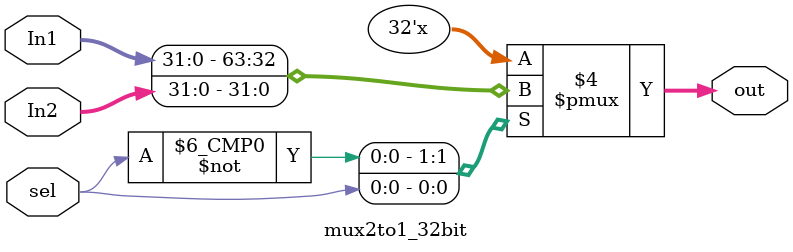
<source format=sv>
module Shift_Logic(a,b,sel_sr,r);
parameter N = 32;
input [N-1:0] a;
input [N-1:0] b;
input sel_sr;		//If sel_sr = 0 ,the operation is ShiftLeft, else Shift Right
output [N-1:0] r;	

wire [N-1:0] sll_o;
wire [N-1:0] srl_o;

ShiftLeft_Logic sll(.a(a), .b(b), .y(sll_o));
ShiftRight_Logic srl(.a(a), .b(b), .y(srl_o));
				
mux2to1_32bit mux1(.In1(sll_o), .In2(srl_o), .sel(sel_sr), .out(r));			
endmodule



///////////////////////////
//Shift Left Logic Block//
///////////////////////////
module ShiftLeft_Logic(a, b, y);
    parameter N = 32;
    input [N-1:0] a;
    input [4:0] b; // The hien so bit can dich
    output reg[N-1:0] y;

    always_comb begin
        reg [N-1:0] temp_shift;
        temp_shift = a;
        
        // Stage 1
        if (b[0]) begin
            temp_shift = {temp_shift[N-2:0], 1'b0};
        end
        
        // Stage 2
        if (b[1]) begin
            temp_shift = {temp_shift[N-3:0], 2'b0};
        end
        
        // Stage 3
        if (b[2]) begin
            temp_shift = {temp_shift[N-5:0], 4'b0};
        end
        
        // Stage 4
        if (b[3]) begin
            temp_shift = {temp_shift[N-9:0], 8'b0};
        end
        
        // Stage 5
        if (b[4]) begin
            temp_shift = {temp_shift[N-17:0], 16'b0};
        end
    
        y = temp_shift;
    end
endmodule



///////////////////////////
//Shift Right Logic Block//
///////////////////////////
module ShiftRight_Logic(a, b, y);
    parameter N = 32;
    input [N-1:0] a;
    input [4:0] b; // 5 bit hien thi so bit muon dich
    output reg[N-1:0] y;

    always_comb begin
        reg [N-1:0] temp_shift;
        temp_shift = a;
        
		  //Stage 1
        if (b[0]) begin
            temp_shift = {1'b0, temp_shift[N-1:1]};
        end
        
        //Stage 2
        if (b[1]) begin
            temp_shift = {2'b0, temp_shift[N-1:2]};
        end
        
        // Stage 3
        if (b[2]) begin
            temp_shift = {4'b0, temp_shift[N-1:4]};
        end
        
        // Stage 4
        if (b[3]) begin
            temp_shift = {8'b0, temp_shift[N-1:8]};
        end
        
        // Stage 5
        if (b[4]) begin
            temp_shift = {16'b0, temp_shift[N-1:16]};
        end
        
        y = temp_shift;
    end
endmodule


//////////////////////
//MUX 2 to 1 - 32bit//
//////////////////////
module mux2to1_32bit(input [31:0]In1, input [31:0]In2, input sel, output reg[31:0]out);
always_comb begin
	case(sel)
		1'b0: out = In1;
		1'b1: out = In2;
		default : out = 32'b0;
	endcase
end
endmodule	


</source>
